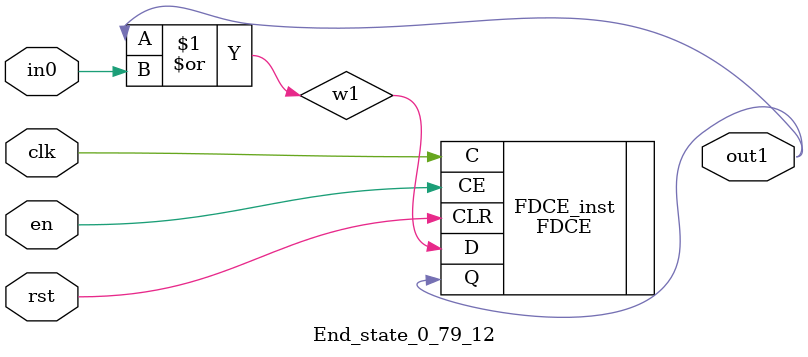
<source format=v>
module engine_0_79(out,clk,sod,en, in_2, in_5, in_8, in_12, in_17, in_18, in_21, in_26, in_76);
//pcre: /plsec\x5f[0-9a-zA-Z]+\x2eexe/iU
//block char: \w[6], L[0], S[0], \x2E[8], e[0], c[0], p[0], x[0], _[0], 

	input clk,sod,en;

	input in_2, in_5, in_8, in_12, in_17, in_18, in_21, in_26, in_76;
	output out;

	assign w0 = 1'b1;
	state_0_79_1 BlockState_0_79_1 (w1,in_21,clk,en,sod,w0);
	state_0_79_2 BlockState_0_79_2 (w2,in_5,clk,en,sod,w1);
	state_0_79_3 BlockState_0_79_3 (w3,in_8,clk,en,sod,w2);
	state_0_79_4 BlockState_0_79_4 (w4,in_17,clk,en,sod,w3);
	state_0_79_5 BlockState_0_79_5 (w5,in_18,clk,en,sod,w4);
	state_0_79_6 BlockState_0_79_6 (w6,in_76,clk,en,sod,w5);
	state_0_79_7 BlockState_0_79_7 (w7,in_2,clk,en,sod,w7,w6);
	state_0_79_8 BlockState_0_79_8 (w8,in_12,clk,en,sod,w7);
	state_0_79_9 BlockState_0_79_9 (w9,in_17,clk,en,sod,w8);
	state_0_79_10 BlockState_0_79_10 (w10,in_26,clk,en,sod,w9);
	state_0_79_11 BlockState_0_79_11 (w11,in_17,clk,en,sod,w10);
	End_state_0_79_12 BlockState_0_79_12 (out,clk,en,sod,w11);
endmodule

module state_0_79_1(out1,in_char,clk,en,rst,in0);
	input in_char,clk,en,rst,in0;
	output out1;
	wire w1,w2;
	assign w1 = in0; 
	and(w2,in_char,w1);
	FDCE #(.INIT(1'b0)) FDCE_inst (
		.Q(out1),
		.C(clk),
		.CE(en),
		.CLR(rst),
		.D(w2)
);
endmodule

module state_0_79_2(out1,in_char,clk,en,rst,in0);
	input in_char,clk,en,rst,in0;
	output out1;
	wire w1,w2;
	assign w1 = in0; 
	and(w2,in_char,w1);
	FDCE #(.INIT(1'b0)) FDCE_inst (
		.Q(out1),
		.C(clk),
		.CE(en),
		.CLR(rst),
		.D(w2)
);
endmodule

module state_0_79_3(out1,in_char,clk,en,rst,in0);
	input in_char,clk,en,rst,in0;
	output out1;
	wire w1,w2;
	assign w1 = in0; 
	and(w2,in_char,w1);
	FDCE #(.INIT(1'b0)) FDCE_inst (
		.Q(out1),
		.C(clk),
		.CE(en),
		.CLR(rst),
		.D(w2)
);
endmodule

module state_0_79_4(out1,in_char,clk,en,rst,in0);
	input in_char,clk,en,rst,in0;
	output out1;
	wire w1,w2;
	assign w1 = in0; 
	and(w2,in_char,w1);
	FDCE #(.INIT(1'b0)) FDCE_inst (
		.Q(out1),
		.C(clk),
		.CE(en),
		.CLR(rst),
		.D(w2)
);
endmodule

module state_0_79_5(out1,in_char,clk,en,rst,in0);
	input in_char,clk,en,rst,in0;
	output out1;
	wire w1,w2;
	assign w1 = in0; 
	and(w2,in_char,w1);
	FDCE #(.INIT(1'b0)) FDCE_inst (
		.Q(out1),
		.C(clk),
		.CE(en),
		.CLR(rst),
		.D(w2)
);
endmodule

module state_0_79_6(out1,in_char,clk,en,rst,in0);
	input in_char,clk,en,rst,in0;
	output out1;
	wire w1,w2;
	assign w1 = in0; 
	and(w2,in_char,w1);
	FDCE #(.INIT(1'b0)) FDCE_inst (
		.Q(out1),
		.C(clk),
		.CE(en),
		.CLR(rst),
		.D(w2)
);
endmodule

module state_0_79_7(out1,in_char,clk,en,rst,in0,in1);
	input in_char,clk,en,rst,in0,in1;
	output out1;
	wire w1,w2;
	or(w1,in0,in1);
	and(w2,in_char,w1);
	FDCE #(.INIT(1'b0)) FDCE_inst (
		.Q(out1),
		.C(clk),
		.CE(en),
		.CLR(rst),
		.D(w2)
);
endmodule

module state_0_79_8(out1,in_char,clk,en,rst,in0);
	input in_char,clk,en,rst,in0;
	output out1;
	wire w1,w2;
	assign w1 = in0; 
	and(w2,in_char,w1);
	FDCE #(.INIT(1'b0)) FDCE_inst (
		.Q(out1),
		.C(clk),
		.CE(en),
		.CLR(rst),
		.D(w2)
);
endmodule

module state_0_79_9(out1,in_char,clk,en,rst,in0);
	input in_char,clk,en,rst,in0;
	output out1;
	wire w1,w2;
	assign w1 = in0; 
	and(w2,in_char,w1);
	FDCE #(.INIT(1'b0)) FDCE_inst (
		.Q(out1),
		.C(clk),
		.CE(en),
		.CLR(rst),
		.D(w2)
);
endmodule

module state_0_79_10(out1,in_char,clk,en,rst,in0);
	input in_char,clk,en,rst,in0;
	output out1;
	wire w1,w2;
	assign w1 = in0; 
	and(w2,in_char,w1);
	FDCE #(.INIT(1'b0)) FDCE_inst (
		.Q(out1),
		.C(clk),
		.CE(en),
		.CLR(rst),
		.D(w2)
);
endmodule

module state_0_79_11(out1,in_char,clk,en,rst,in0);
	input in_char,clk,en,rst,in0;
	output out1;
	wire w1,w2;
	assign w1 = in0; 
	and(w2,in_char,w1);
	FDCE #(.INIT(1'b0)) FDCE_inst (
		.Q(out1),
		.C(clk),
		.CE(en),
		.CLR(rst),
		.D(w2)
);
endmodule

module End_state_0_79_12(out1,clk,en,rst,in0);
	input clk,rst,en,in0;
	output out1;
	wire w1;
	or(w1,out1,in0);
	FDCE #(.INIT(1'b0)) FDCE_inst (
		.Q(out1),
		.C(clk),
		.CE(en),
		.CLR(rst),
		.D(w1)
);
endmodule


</source>
